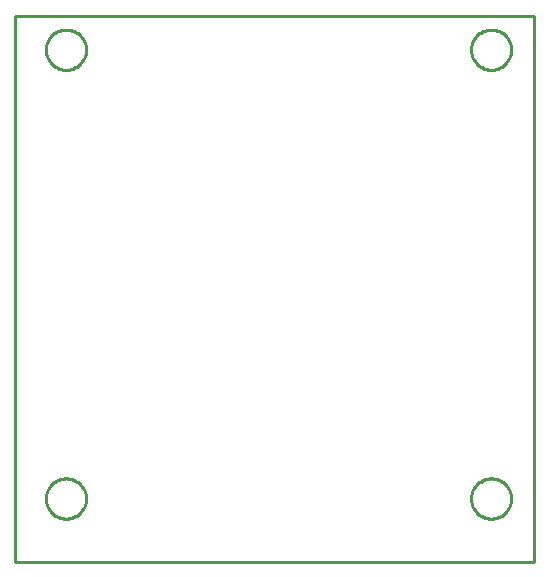
<source format=gko>
G04 EAGLE Gerber RS-274X export*
G75*
%MOMM*%
%FSLAX34Y34*%
%LPD*%
%INBoard Outline*%
%IPPOS*%
%AMOC8*
5,1,8,0,0,1.08239X$1,22.5*%
G01*
%ADD10C,0.000000*%
%ADD11C,0.254000*%


D10*
X-23500Y-73500D02*
X416600Y-73500D01*
X416600Y389000D01*
X-23500Y389000D01*
X-23500Y-73500D01*
X3000Y360000D02*
X3005Y360417D01*
X3020Y360834D01*
X3046Y361251D01*
X3082Y361666D01*
X3128Y362081D01*
X3184Y362494D01*
X3250Y362906D01*
X3327Y363317D01*
X3413Y363725D01*
X3509Y364131D01*
X3616Y364534D01*
X3732Y364935D01*
X3858Y365333D01*
X3994Y365727D01*
X4139Y366118D01*
X4294Y366506D01*
X4458Y366889D01*
X4632Y367268D01*
X4815Y367643D01*
X5007Y368014D01*
X5209Y368379D01*
X5419Y368740D01*
X5637Y369095D01*
X5865Y369445D01*
X6101Y369789D01*
X6345Y370127D01*
X6598Y370459D01*
X6859Y370785D01*
X7127Y371104D01*
X7404Y371417D01*
X7688Y371722D01*
X7979Y372021D01*
X8278Y372312D01*
X8583Y372596D01*
X8896Y372873D01*
X9215Y373141D01*
X9541Y373402D01*
X9873Y373655D01*
X10211Y373899D01*
X10555Y374135D01*
X10905Y374363D01*
X11260Y374581D01*
X11621Y374791D01*
X11986Y374993D01*
X12357Y375185D01*
X12732Y375368D01*
X13111Y375542D01*
X13494Y375706D01*
X13882Y375861D01*
X14273Y376006D01*
X14667Y376142D01*
X15065Y376268D01*
X15466Y376384D01*
X15869Y376491D01*
X16275Y376587D01*
X16683Y376673D01*
X17094Y376750D01*
X17506Y376816D01*
X17919Y376872D01*
X18334Y376918D01*
X18749Y376954D01*
X19166Y376980D01*
X19583Y376995D01*
X20000Y377000D01*
X20417Y376995D01*
X20834Y376980D01*
X21251Y376954D01*
X21666Y376918D01*
X22081Y376872D01*
X22494Y376816D01*
X22906Y376750D01*
X23317Y376673D01*
X23725Y376587D01*
X24131Y376491D01*
X24534Y376384D01*
X24935Y376268D01*
X25333Y376142D01*
X25727Y376006D01*
X26118Y375861D01*
X26506Y375706D01*
X26889Y375542D01*
X27268Y375368D01*
X27643Y375185D01*
X28014Y374993D01*
X28379Y374791D01*
X28740Y374581D01*
X29095Y374363D01*
X29445Y374135D01*
X29789Y373899D01*
X30127Y373655D01*
X30459Y373402D01*
X30785Y373141D01*
X31104Y372873D01*
X31417Y372596D01*
X31722Y372312D01*
X32021Y372021D01*
X32312Y371722D01*
X32596Y371417D01*
X32873Y371104D01*
X33141Y370785D01*
X33402Y370459D01*
X33655Y370127D01*
X33899Y369789D01*
X34135Y369445D01*
X34363Y369095D01*
X34581Y368740D01*
X34791Y368379D01*
X34993Y368014D01*
X35185Y367643D01*
X35368Y367268D01*
X35542Y366889D01*
X35706Y366506D01*
X35861Y366118D01*
X36006Y365727D01*
X36142Y365333D01*
X36268Y364935D01*
X36384Y364534D01*
X36491Y364131D01*
X36587Y363725D01*
X36673Y363317D01*
X36750Y362906D01*
X36816Y362494D01*
X36872Y362081D01*
X36918Y361666D01*
X36954Y361251D01*
X36980Y360834D01*
X36995Y360417D01*
X37000Y360000D01*
X36995Y359583D01*
X36980Y359166D01*
X36954Y358749D01*
X36918Y358334D01*
X36872Y357919D01*
X36816Y357506D01*
X36750Y357094D01*
X36673Y356683D01*
X36587Y356275D01*
X36491Y355869D01*
X36384Y355466D01*
X36268Y355065D01*
X36142Y354667D01*
X36006Y354273D01*
X35861Y353882D01*
X35706Y353494D01*
X35542Y353111D01*
X35368Y352732D01*
X35185Y352357D01*
X34993Y351986D01*
X34791Y351621D01*
X34581Y351260D01*
X34363Y350905D01*
X34135Y350555D01*
X33899Y350211D01*
X33655Y349873D01*
X33402Y349541D01*
X33141Y349215D01*
X32873Y348896D01*
X32596Y348583D01*
X32312Y348278D01*
X32021Y347979D01*
X31722Y347688D01*
X31417Y347404D01*
X31104Y347127D01*
X30785Y346859D01*
X30459Y346598D01*
X30127Y346345D01*
X29789Y346101D01*
X29445Y345865D01*
X29095Y345637D01*
X28740Y345419D01*
X28379Y345209D01*
X28014Y345007D01*
X27643Y344815D01*
X27268Y344632D01*
X26889Y344458D01*
X26506Y344294D01*
X26118Y344139D01*
X25727Y343994D01*
X25333Y343858D01*
X24935Y343732D01*
X24534Y343616D01*
X24131Y343509D01*
X23725Y343413D01*
X23317Y343327D01*
X22906Y343250D01*
X22494Y343184D01*
X22081Y343128D01*
X21666Y343082D01*
X21251Y343046D01*
X20834Y343020D01*
X20417Y343005D01*
X20000Y343000D01*
X19583Y343005D01*
X19166Y343020D01*
X18749Y343046D01*
X18334Y343082D01*
X17919Y343128D01*
X17506Y343184D01*
X17094Y343250D01*
X16683Y343327D01*
X16275Y343413D01*
X15869Y343509D01*
X15466Y343616D01*
X15065Y343732D01*
X14667Y343858D01*
X14273Y343994D01*
X13882Y344139D01*
X13494Y344294D01*
X13111Y344458D01*
X12732Y344632D01*
X12357Y344815D01*
X11986Y345007D01*
X11621Y345209D01*
X11260Y345419D01*
X10905Y345637D01*
X10555Y345865D01*
X10211Y346101D01*
X9873Y346345D01*
X9541Y346598D01*
X9215Y346859D01*
X8896Y347127D01*
X8583Y347404D01*
X8278Y347688D01*
X7979Y347979D01*
X7688Y348278D01*
X7404Y348583D01*
X7127Y348896D01*
X6859Y349215D01*
X6598Y349541D01*
X6345Y349873D01*
X6101Y350211D01*
X5865Y350555D01*
X5637Y350905D01*
X5419Y351260D01*
X5209Y351621D01*
X5007Y351986D01*
X4815Y352357D01*
X4632Y352732D01*
X4458Y353111D01*
X4294Y353494D01*
X4139Y353882D01*
X3994Y354273D01*
X3858Y354667D01*
X3732Y355065D01*
X3616Y355466D01*
X3509Y355869D01*
X3413Y356275D01*
X3327Y356683D01*
X3250Y357094D01*
X3184Y357506D01*
X3128Y357919D01*
X3082Y358334D01*
X3046Y358749D01*
X3020Y359166D01*
X3005Y359583D01*
X3000Y360000D01*
X363000Y360000D02*
X363005Y360417D01*
X363020Y360834D01*
X363046Y361251D01*
X363082Y361666D01*
X363128Y362081D01*
X363184Y362494D01*
X363250Y362906D01*
X363327Y363317D01*
X363413Y363725D01*
X363509Y364131D01*
X363616Y364534D01*
X363732Y364935D01*
X363858Y365333D01*
X363994Y365727D01*
X364139Y366118D01*
X364294Y366506D01*
X364458Y366889D01*
X364632Y367268D01*
X364815Y367643D01*
X365007Y368014D01*
X365209Y368379D01*
X365419Y368740D01*
X365637Y369095D01*
X365865Y369445D01*
X366101Y369789D01*
X366345Y370127D01*
X366598Y370459D01*
X366859Y370785D01*
X367127Y371104D01*
X367404Y371417D01*
X367688Y371722D01*
X367979Y372021D01*
X368278Y372312D01*
X368583Y372596D01*
X368896Y372873D01*
X369215Y373141D01*
X369541Y373402D01*
X369873Y373655D01*
X370211Y373899D01*
X370555Y374135D01*
X370905Y374363D01*
X371260Y374581D01*
X371621Y374791D01*
X371986Y374993D01*
X372357Y375185D01*
X372732Y375368D01*
X373111Y375542D01*
X373494Y375706D01*
X373882Y375861D01*
X374273Y376006D01*
X374667Y376142D01*
X375065Y376268D01*
X375466Y376384D01*
X375869Y376491D01*
X376275Y376587D01*
X376683Y376673D01*
X377094Y376750D01*
X377506Y376816D01*
X377919Y376872D01*
X378334Y376918D01*
X378749Y376954D01*
X379166Y376980D01*
X379583Y376995D01*
X380000Y377000D01*
X380417Y376995D01*
X380834Y376980D01*
X381251Y376954D01*
X381666Y376918D01*
X382081Y376872D01*
X382494Y376816D01*
X382906Y376750D01*
X383317Y376673D01*
X383725Y376587D01*
X384131Y376491D01*
X384534Y376384D01*
X384935Y376268D01*
X385333Y376142D01*
X385727Y376006D01*
X386118Y375861D01*
X386506Y375706D01*
X386889Y375542D01*
X387268Y375368D01*
X387643Y375185D01*
X388014Y374993D01*
X388379Y374791D01*
X388740Y374581D01*
X389095Y374363D01*
X389445Y374135D01*
X389789Y373899D01*
X390127Y373655D01*
X390459Y373402D01*
X390785Y373141D01*
X391104Y372873D01*
X391417Y372596D01*
X391722Y372312D01*
X392021Y372021D01*
X392312Y371722D01*
X392596Y371417D01*
X392873Y371104D01*
X393141Y370785D01*
X393402Y370459D01*
X393655Y370127D01*
X393899Y369789D01*
X394135Y369445D01*
X394363Y369095D01*
X394581Y368740D01*
X394791Y368379D01*
X394993Y368014D01*
X395185Y367643D01*
X395368Y367268D01*
X395542Y366889D01*
X395706Y366506D01*
X395861Y366118D01*
X396006Y365727D01*
X396142Y365333D01*
X396268Y364935D01*
X396384Y364534D01*
X396491Y364131D01*
X396587Y363725D01*
X396673Y363317D01*
X396750Y362906D01*
X396816Y362494D01*
X396872Y362081D01*
X396918Y361666D01*
X396954Y361251D01*
X396980Y360834D01*
X396995Y360417D01*
X397000Y360000D01*
X396995Y359583D01*
X396980Y359166D01*
X396954Y358749D01*
X396918Y358334D01*
X396872Y357919D01*
X396816Y357506D01*
X396750Y357094D01*
X396673Y356683D01*
X396587Y356275D01*
X396491Y355869D01*
X396384Y355466D01*
X396268Y355065D01*
X396142Y354667D01*
X396006Y354273D01*
X395861Y353882D01*
X395706Y353494D01*
X395542Y353111D01*
X395368Y352732D01*
X395185Y352357D01*
X394993Y351986D01*
X394791Y351621D01*
X394581Y351260D01*
X394363Y350905D01*
X394135Y350555D01*
X393899Y350211D01*
X393655Y349873D01*
X393402Y349541D01*
X393141Y349215D01*
X392873Y348896D01*
X392596Y348583D01*
X392312Y348278D01*
X392021Y347979D01*
X391722Y347688D01*
X391417Y347404D01*
X391104Y347127D01*
X390785Y346859D01*
X390459Y346598D01*
X390127Y346345D01*
X389789Y346101D01*
X389445Y345865D01*
X389095Y345637D01*
X388740Y345419D01*
X388379Y345209D01*
X388014Y345007D01*
X387643Y344815D01*
X387268Y344632D01*
X386889Y344458D01*
X386506Y344294D01*
X386118Y344139D01*
X385727Y343994D01*
X385333Y343858D01*
X384935Y343732D01*
X384534Y343616D01*
X384131Y343509D01*
X383725Y343413D01*
X383317Y343327D01*
X382906Y343250D01*
X382494Y343184D01*
X382081Y343128D01*
X381666Y343082D01*
X381251Y343046D01*
X380834Y343020D01*
X380417Y343005D01*
X380000Y343000D01*
X379583Y343005D01*
X379166Y343020D01*
X378749Y343046D01*
X378334Y343082D01*
X377919Y343128D01*
X377506Y343184D01*
X377094Y343250D01*
X376683Y343327D01*
X376275Y343413D01*
X375869Y343509D01*
X375466Y343616D01*
X375065Y343732D01*
X374667Y343858D01*
X374273Y343994D01*
X373882Y344139D01*
X373494Y344294D01*
X373111Y344458D01*
X372732Y344632D01*
X372357Y344815D01*
X371986Y345007D01*
X371621Y345209D01*
X371260Y345419D01*
X370905Y345637D01*
X370555Y345865D01*
X370211Y346101D01*
X369873Y346345D01*
X369541Y346598D01*
X369215Y346859D01*
X368896Y347127D01*
X368583Y347404D01*
X368278Y347688D01*
X367979Y347979D01*
X367688Y348278D01*
X367404Y348583D01*
X367127Y348896D01*
X366859Y349215D01*
X366598Y349541D01*
X366345Y349873D01*
X366101Y350211D01*
X365865Y350555D01*
X365637Y350905D01*
X365419Y351260D01*
X365209Y351621D01*
X365007Y351986D01*
X364815Y352357D01*
X364632Y352732D01*
X364458Y353111D01*
X364294Y353494D01*
X364139Y353882D01*
X363994Y354273D01*
X363858Y354667D01*
X363732Y355065D01*
X363616Y355466D01*
X363509Y355869D01*
X363413Y356275D01*
X363327Y356683D01*
X363250Y357094D01*
X363184Y357506D01*
X363128Y357919D01*
X363082Y358334D01*
X363046Y358749D01*
X363020Y359166D01*
X363005Y359583D01*
X363000Y360000D01*
X363000Y-20000D02*
X363005Y-19583D01*
X363020Y-19166D01*
X363046Y-18749D01*
X363082Y-18334D01*
X363128Y-17919D01*
X363184Y-17506D01*
X363250Y-17094D01*
X363327Y-16683D01*
X363413Y-16275D01*
X363509Y-15869D01*
X363616Y-15466D01*
X363732Y-15065D01*
X363858Y-14667D01*
X363994Y-14273D01*
X364139Y-13882D01*
X364294Y-13494D01*
X364458Y-13111D01*
X364632Y-12732D01*
X364815Y-12357D01*
X365007Y-11986D01*
X365209Y-11621D01*
X365419Y-11260D01*
X365637Y-10905D01*
X365865Y-10555D01*
X366101Y-10211D01*
X366345Y-9873D01*
X366598Y-9541D01*
X366859Y-9215D01*
X367127Y-8896D01*
X367404Y-8583D01*
X367688Y-8278D01*
X367979Y-7979D01*
X368278Y-7688D01*
X368583Y-7404D01*
X368896Y-7127D01*
X369215Y-6859D01*
X369541Y-6598D01*
X369873Y-6345D01*
X370211Y-6101D01*
X370555Y-5865D01*
X370905Y-5637D01*
X371260Y-5419D01*
X371621Y-5209D01*
X371986Y-5007D01*
X372357Y-4815D01*
X372732Y-4632D01*
X373111Y-4458D01*
X373494Y-4294D01*
X373882Y-4139D01*
X374273Y-3994D01*
X374667Y-3858D01*
X375065Y-3732D01*
X375466Y-3616D01*
X375869Y-3509D01*
X376275Y-3413D01*
X376683Y-3327D01*
X377094Y-3250D01*
X377506Y-3184D01*
X377919Y-3128D01*
X378334Y-3082D01*
X378749Y-3046D01*
X379166Y-3020D01*
X379583Y-3005D01*
X380000Y-3000D01*
X380417Y-3005D01*
X380834Y-3020D01*
X381251Y-3046D01*
X381666Y-3082D01*
X382081Y-3128D01*
X382494Y-3184D01*
X382906Y-3250D01*
X383317Y-3327D01*
X383725Y-3413D01*
X384131Y-3509D01*
X384534Y-3616D01*
X384935Y-3732D01*
X385333Y-3858D01*
X385727Y-3994D01*
X386118Y-4139D01*
X386506Y-4294D01*
X386889Y-4458D01*
X387268Y-4632D01*
X387643Y-4815D01*
X388014Y-5007D01*
X388379Y-5209D01*
X388740Y-5419D01*
X389095Y-5637D01*
X389445Y-5865D01*
X389789Y-6101D01*
X390127Y-6345D01*
X390459Y-6598D01*
X390785Y-6859D01*
X391104Y-7127D01*
X391417Y-7404D01*
X391722Y-7688D01*
X392021Y-7979D01*
X392312Y-8278D01*
X392596Y-8583D01*
X392873Y-8896D01*
X393141Y-9215D01*
X393402Y-9541D01*
X393655Y-9873D01*
X393899Y-10211D01*
X394135Y-10555D01*
X394363Y-10905D01*
X394581Y-11260D01*
X394791Y-11621D01*
X394993Y-11986D01*
X395185Y-12357D01*
X395368Y-12732D01*
X395542Y-13111D01*
X395706Y-13494D01*
X395861Y-13882D01*
X396006Y-14273D01*
X396142Y-14667D01*
X396268Y-15065D01*
X396384Y-15466D01*
X396491Y-15869D01*
X396587Y-16275D01*
X396673Y-16683D01*
X396750Y-17094D01*
X396816Y-17506D01*
X396872Y-17919D01*
X396918Y-18334D01*
X396954Y-18749D01*
X396980Y-19166D01*
X396995Y-19583D01*
X397000Y-20000D01*
X396995Y-20417D01*
X396980Y-20834D01*
X396954Y-21251D01*
X396918Y-21666D01*
X396872Y-22081D01*
X396816Y-22494D01*
X396750Y-22906D01*
X396673Y-23317D01*
X396587Y-23725D01*
X396491Y-24131D01*
X396384Y-24534D01*
X396268Y-24935D01*
X396142Y-25333D01*
X396006Y-25727D01*
X395861Y-26118D01*
X395706Y-26506D01*
X395542Y-26889D01*
X395368Y-27268D01*
X395185Y-27643D01*
X394993Y-28014D01*
X394791Y-28379D01*
X394581Y-28740D01*
X394363Y-29095D01*
X394135Y-29445D01*
X393899Y-29789D01*
X393655Y-30127D01*
X393402Y-30459D01*
X393141Y-30785D01*
X392873Y-31104D01*
X392596Y-31417D01*
X392312Y-31722D01*
X392021Y-32021D01*
X391722Y-32312D01*
X391417Y-32596D01*
X391104Y-32873D01*
X390785Y-33141D01*
X390459Y-33402D01*
X390127Y-33655D01*
X389789Y-33899D01*
X389445Y-34135D01*
X389095Y-34363D01*
X388740Y-34581D01*
X388379Y-34791D01*
X388014Y-34993D01*
X387643Y-35185D01*
X387268Y-35368D01*
X386889Y-35542D01*
X386506Y-35706D01*
X386118Y-35861D01*
X385727Y-36006D01*
X385333Y-36142D01*
X384935Y-36268D01*
X384534Y-36384D01*
X384131Y-36491D01*
X383725Y-36587D01*
X383317Y-36673D01*
X382906Y-36750D01*
X382494Y-36816D01*
X382081Y-36872D01*
X381666Y-36918D01*
X381251Y-36954D01*
X380834Y-36980D01*
X380417Y-36995D01*
X380000Y-37000D01*
X379583Y-36995D01*
X379166Y-36980D01*
X378749Y-36954D01*
X378334Y-36918D01*
X377919Y-36872D01*
X377506Y-36816D01*
X377094Y-36750D01*
X376683Y-36673D01*
X376275Y-36587D01*
X375869Y-36491D01*
X375466Y-36384D01*
X375065Y-36268D01*
X374667Y-36142D01*
X374273Y-36006D01*
X373882Y-35861D01*
X373494Y-35706D01*
X373111Y-35542D01*
X372732Y-35368D01*
X372357Y-35185D01*
X371986Y-34993D01*
X371621Y-34791D01*
X371260Y-34581D01*
X370905Y-34363D01*
X370555Y-34135D01*
X370211Y-33899D01*
X369873Y-33655D01*
X369541Y-33402D01*
X369215Y-33141D01*
X368896Y-32873D01*
X368583Y-32596D01*
X368278Y-32312D01*
X367979Y-32021D01*
X367688Y-31722D01*
X367404Y-31417D01*
X367127Y-31104D01*
X366859Y-30785D01*
X366598Y-30459D01*
X366345Y-30127D01*
X366101Y-29789D01*
X365865Y-29445D01*
X365637Y-29095D01*
X365419Y-28740D01*
X365209Y-28379D01*
X365007Y-28014D01*
X364815Y-27643D01*
X364632Y-27268D01*
X364458Y-26889D01*
X364294Y-26506D01*
X364139Y-26118D01*
X363994Y-25727D01*
X363858Y-25333D01*
X363732Y-24935D01*
X363616Y-24534D01*
X363509Y-24131D01*
X363413Y-23725D01*
X363327Y-23317D01*
X363250Y-22906D01*
X363184Y-22494D01*
X363128Y-22081D01*
X363082Y-21666D01*
X363046Y-21251D01*
X363020Y-20834D01*
X363005Y-20417D01*
X363000Y-20000D01*
X3000Y-20000D02*
X3005Y-19583D01*
X3020Y-19166D01*
X3046Y-18749D01*
X3082Y-18334D01*
X3128Y-17919D01*
X3184Y-17506D01*
X3250Y-17094D01*
X3327Y-16683D01*
X3413Y-16275D01*
X3509Y-15869D01*
X3616Y-15466D01*
X3732Y-15065D01*
X3858Y-14667D01*
X3994Y-14273D01*
X4139Y-13882D01*
X4294Y-13494D01*
X4458Y-13111D01*
X4632Y-12732D01*
X4815Y-12357D01*
X5007Y-11986D01*
X5209Y-11621D01*
X5419Y-11260D01*
X5637Y-10905D01*
X5865Y-10555D01*
X6101Y-10211D01*
X6345Y-9873D01*
X6598Y-9541D01*
X6859Y-9215D01*
X7127Y-8896D01*
X7404Y-8583D01*
X7688Y-8278D01*
X7979Y-7979D01*
X8278Y-7688D01*
X8583Y-7404D01*
X8896Y-7127D01*
X9215Y-6859D01*
X9541Y-6598D01*
X9873Y-6345D01*
X10211Y-6101D01*
X10555Y-5865D01*
X10905Y-5637D01*
X11260Y-5419D01*
X11621Y-5209D01*
X11986Y-5007D01*
X12357Y-4815D01*
X12732Y-4632D01*
X13111Y-4458D01*
X13494Y-4294D01*
X13882Y-4139D01*
X14273Y-3994D01*
X14667Y-3858D01*
X15065Y-3732D01*
X15466Y-3616D01*
X15869Y-3509D01*
X16275Y-3413D01*
X16683Y-3327D01*
X17094Y-3250D01*
X17506Y-3184D01*
X17919Y-3128D01*
X18334Y-3082D01*
X18749Y-3046D01*
X19166Y-3020D01*
X19583Y-3005D01*
X20000Y-3000D01*
X20417Y-3005D01*
X20834Y-3020D01*
X21251Y-3046D01*
X21666Y-3082D01*
X22081Y-3128D01*
X22494Y-3184D01*
X22906Y-3250D01*
X23317Y-3327D01*
X23725Y-3413D01*
X24131Y-3509D01*
X24534Y-3616D01*
X24935Y-3732D01*
X25333Y-3858D01*
X25727Y-3994D01*
X26118Y-4139D01*
X26506Y-4294D01*
X26889Y-4458D01*
X27268Y-4632D01*
X27643Y-4815D01*
X28014Y-5007D01*
X28379Y-5209D01*
X28740Y-5419D01*
X29095Y-5637D01*
X29445Y-5865D01*
X29789Y-6101D01*
X30127Y-6345D01*
X30459Y-6598D01*
X30785Y-6859D01*
X31104Y-7127D01*
X31417Y-7404D01*
X31722Y-7688D01*
X32021Y-7979D01*
X32312Y-8278D01*
X32596Y-8583D01*
X32873Y-8896D01*
X33141Y-9215D01*
X33402Y-9541D01*
X33655Y-9873D01*
X33899Y-10211D01*
X34135Y-10555D01*
X34363Y-10905D01*
X34581Y-11260D01*
X34791Y-11621D01*
X34993Y-11986D01*
X35185Y-12357D01*
X35368Y-12732D01*
X35542Y-13111D01*
X35706Y-13494D01*
X35861Y-13882D01*
X36006Y-14273D01*
X36142Y-14667D01*
X36268Y-15065D01*
X36384Y-15466D01*
X36491Y-15869D01*
X36587Y-16275D01*
X36673Y-16683D01*
X36750Y-17094D01*
X36816Y-17506D01*
X36872Y-17919D01*
X36918Y-18334D01*
X36954Y-18749D01*
X36980Y-19166D01*
X36995Y-19583D01*
X37000Y-20000D01*
X36995Y-20417D01*
X36980Y-20834D01*
X36954Y-21251D01*
X36918Y-21666D01*
X36872Y-22081D01*
X36816Y-22494D01*
X36750Y-22906D01*
X36673Y-23317D01*
X36587Y-23725D01*
X36491Y-24131D01*
X36384Y-24534D01*
X36268Y-24935D01*
X36142Y-25333D01*
X36006Y-25727D01*
X35861Y-26118D01*
X35706Y-26506D01*
X35542Y-26889D01*
X35368Y-27268D01*
X35185Y-27643D01*
X34993Y-28014D01*
X34791Y-28379D01*
X34581Y-28740D01*
X34363Y-29095D01*
X34135Y-29445D01*
X33899Y-29789D01*
X33655Y-30127D01*
X33402Y-30459D01*
X33141Y-30785D01*
X32873Y-31104D01*
X32596Y-31417D01*
X32312Y-31722D01*
X32021Y-32021D01*
X31722Y-32312D01*
X31417Y-32596D01*
X31104Y-32873D01*
X30785Y-33141D01*
X30459Y-33402D01*
X30127Y-33655D01*
X29789Y-33899D01*
X29445Y-34135D01*
X29095Y-34363D01*
X28740Y-34581D01*
X28379Y-34791D01*
X28014Y-34993D01*
X27643Y-35185D01*
X27268Y-35368D01*
X26889Y-35542D01*
X26506Y-35706D01*
X26118Y-35861D01*
X25727Y-36006D01*
X25333Y-36142D01*
X24935Y-36268D01*
X24534Y-36384D01*
X24131Y-36491D01*
X23725Y-36587D01*
X23317Y-36673D01*
X22906Y-36750D01*
X22494Y-36816D01*
X22081Y-36872D01*
X21666Y-36918D01*
X21251Y-36954D01*
X20834Y-36980D01*
X20417Y-36995D01*
X20000Y-37000D01*
X19583Y-36995D01*
X19166Y-36980D01*
X18749Y-36954D01*
X18334Y-36918D01*
X17919Y-36872D01*
X17506Y-36816D01*
X17094Y-36750D01*
X16683Y-36673D01*
X16275Y-36587D01*
X15869Y-36491D01*
X15466Y-36384D01*
X15065Y-36268D01*
X14667Y-36142D01*
X14273Y-36006D01*
X13882Y-35861D01*
X13494Y-35706D01*
X13111Y-35542D01*
X12732Y-35368D01*
X12357Y-35185D01*
X11986Y-34993D01*
X11621Y-34791D01*
X11260Y-34581D01*
X10905Y-34363D01*
X10555Y-34135D01*
X10211Y-33899D01*
X9873Y-33655D01*
X9541Y-33402D01*
X9215Y-33141D01*
X8896Y-32873D01*
X8583Y-32596D01*
X8278Y-32312D01*
X7979Y-32021D01*
X7688Y-31722D01*
X7404Y-31417D01*
X7127Y-31104D01*
X6859Y-30785D01*
X6598Y-30459D01*
X6345Y-30127D01*
X6101Y-29789D01*
X5865Y-29445D01*
X5637Y-29095D01*
X5419Y-28740D01*
X5209Y-28379D01*
X5007Y-28014D01*
X4815Y-27643D01*
X4632Y-27268D01*
X4458Y-26889D01*
X4294Y-26506D01*
X4139Y-26118D01*
X3994Y-25727D01*
X3858Y-25333D01*
X3732Y-24935D01*
X3616Y-24534D01*
X3509Y-24131D01*
X3413Y-23725D01*
X3327Y-23317D01*
X3250Y-22906D01*
X3184Y-22494D01*
X3128Y-22081D01*
X3082Y-21666D01*
X3046Y-21251D01*
X3020Y-20834D01*
X3005Y-20417D01*
X3000Y-20000D01*
D11*
X-23500Y-73500D02*
X416600Y-73500D01*
X416600Y389000D01*
X-23500Y389000D01*
X-23500Y-73500D01*
X37000Y359443D02*
X36927Y358333D01*
X36782Y357229D01*
X36565Y356138D01*
X36277Y355063D01*
X35919Y354009D01*
X35493Y352980D01*
X35001Y351982D01*
X34444Y351018D01*
X33826Y350093D01*
X33148Y349210D01*
X32414Y348373D01*
X31627Y347586D01*
X30790Y346852D01*
X29907Y346174D01*
X28982Y345556D01*
X28018Y344999D01*
X27020Y344507D01*
X25991Y344081D01*
X24937Y343723D01*
X23862Y343435D01*
X22771Y343218D01*
X21667Y343073D01*
X20557Y343000D01*
X19443Y343000D01*
X18333Y343073D01*
X17229Y343218D01*
X16138Y343435D01*
X15063Y343723D01*
X14009Y344081D01*
X12980Y344507D01*
X11982Y344999D01*
X11018Y345556D01*
X10093Y346174D01*
X9210Y346852D01*
X8373Y347586D01*
X7586Y348373D01*
X6852Y349210D01*
X6174Y350093D01*
X5556Y351018D01*
X4999Y351982D01*
X4507Y352980D01*
X4081Y354009D01*
X3723Y355063D01*
X3435Y356138D01*
X3218Y357229D01*
X3073Y358333D01*
X3000Y359443D01*
X3000Y360557D01*
X3073Y361667D01*
X3218Y362771D01*
X3435Y363862D01*
X3723Y364937D01*
X4081Y365991D01*
X4507Y367020D01*
X4999Y368018D01*
X5556Y368982D01*
X6174Y369907D01*
X6852Y370790D01*
X7586Y371627D01*
X8373Y372414D01*
X9210Y373148D01*
X10093Y373826D01*
X11018Y374444D01*
X11982Y375001D01*
X12980Y375493D01*
X14009Y375919D01*
X15063Y376277D01*
X16138Y376565D01*
X17229Y376782D01*
X18333Y376927D01*
X19443Y377000D01*
X20557Y377000D01*
X21667Y376927D01*
X22771Y376782D01*
X23862Y376565D01*
X24937Y376277D01*
X25991Y375919D01*
X27020Y375493D01*
X28018Y375001D01*
X28982Y374444D01*
X29907Y373826D01*
X30790Y373148D01*
X31627Y372414D01*
X32414Y371627D01*
X33148Y370790D01*
X33826Y369907D01*
X34444Y368982D01*
X35001Y368018D01*
X35493Y367020D01*
X35919Y365991D01*
X36277Y364937D01*
X36565Y363862D01*
X36782Y362771D01*
X36927Y361667D01*
X37000Y360557D01*
X37000Y359443D01*
X397000Y359443D02*
X396927Y358333D01*
X396782Y357229D01*
X396565Y356138D01*
X396277Y355063D01*
X395919Y354009D01*
X395493Y352980D01*
X395001Y351982D01*
X394444Y351018D01*
X393826Y350093D01*
X393148Y349210D01*
X392414Y348373D01*
X391627Y347586D01*
X390790Y346852D01*
X389907Y346174D01*
X388982Y345556D01*
X388018Y344999D01*
X387020Y344507D01*
X385991Y344081D01*
X384937Y343723D01*
X383862Y343435D01*
X382771Y343218D01*
X381667Y343073D01*
X380557Y343000D01*
X379443Y343000D01*
X378333Y343073D01*
X377229Y343218D01*
X376138Y343435D01*
X375063Y343723D01*
X374009Y344081D01*
X372980Y344507D01*
X371982Y344999D01*
X371018Y345556D01*
X370093Y346174D01*
X369210Y346852D01*
X368373Y347586D01*
X367586Y348373D01*
X366852Y349210D01*
X366174Y350093D01*
X365556Y351018D01*
X364999Y351982D01*
X364507Y352980D01*
X364081Y354009D01*
X363723Y355063D01*
X363435Y356138D01*
X363218Y357229D01*
X363073Y358333D01*
X363000Y359443D01*
X363000Y360557D01*
X363073Y361667D01*
X363218Y362771D01*
X363435Y363862D01*
X363723Y364937D01*
X364081Y365991D01*
X364507Y367020D01*
X364999Y368018D01*
X365556Y368982D01*
X366174Y369907D01*
X366852Y370790D01*
X367586Y371627D01*
X368373Y372414D01*
X369210Y373148D01*
X370093Y373826D01*
X371018Y374444D01*
X371982Y375001D01*
X372980Y375493D01*
X374009Y375919D01*
X375063Y376277D01*
X376138Y376565D01*
X377229Y376782D01*
X378333Y376927D01*
X379443Y377000D01*
X380557Y377000D01*
X381667Y376927D01*
X382771Y376782D01*
X383862Y376565D01*
X384937Y376277D01*
X385991Y375919D01*
X387020Y375493D01*
X388018Y375001D01*
X388982Y374444D01*
X389907Y373826D01*
X390790Y373148D01*
X391627Y372414D01*
X392414Y371627D01*
X393148Y370790D01*
X393826Y369907D01*
X394444Y368982D01*
X395001Y368018D01*
X395493Y367020D01*
X395919Y365991D01*
X396277Y364937D01*
X396565Y363862D01*
X396782Y362771D01*
X396927Y361667D01*
X397000Y360557D01*
X397000Y359443D01*
X397000Y-20557D02*
X396927Y-21667D01*
X396782Y-22771D01*
X396565Y-23862D01*
X396277Y-24937D01*
X395919Y-25991D01*
X395493Y-27020D01*
X395001Y-28018D01*
X394444Y-28982D01*
X393826Y-29907D01*
X393148Y-30790D01*
X392414Y-31627D01*
X391627Y-32414D01*
X390790Y-33148D01*
X389907Y-33826D01*
X388982Y-34444D01*
X388018Y-35001D01*
X387020Y-35493D01*
X385991Y-35919D01*
X384937Y-36277D01*
X383862Y-36565D01*
X382771Y-36782D01*
X381667Y-36927D01*
X380557Y-37000D01*
X379443Y-37000D01*
X378333Y-36927D01*
X377229Y-36782D01*
X376138Y-36565D01*
X375063Y-36277D01*
X374009Y-35919D01*
X372980Y-35493D01*
X371982Y-35001D01*
X371018Y-34444D01*
X370093Y-33826D01*
X369210Y-33148D01*
X368373Y-32414D01*
X367586Y-31627D01*
X366852Y-30790D01*
X366174Y-29907D01*
X365556Y-28982D01*
X364999Y-28018D01*
X364507Y-27020D01*
X364081Y-25991D01*
X363723Y-24937D01*
X363435Y-23862D01*
X363218Y-22771D01*
X363073Y-21667D01*
X363000Y-20557D01*
X363000Y-19443D01*
X363073Y-18333D01*
X363218Y-17229D01*
X363435Y-16138D01*
X363723Y-15063D01*
X364081Y-14009D01*
X364507Y-12980D01*
X364999Y-11982D01*
X365556Y-11018D01*
X366174Y-10093D01*
X366852Y-9210D01*
X367586Y-8373D01*
X368373Y-7586D01*
X369210Y-6852D01*
X370093Y-6174D01*
X371018Y-5556D01*
X371982Y-4999D01*
X372980Y-4507D01*
X374009Y-4081D01*
X375063Y-3723D01*
X376138Y-3435D01*
X377229Y-3218D01*
X378333Y-3073D01*
X379443Y-3000D01*
X380557Y-3000D01*
X381667Y-3073D01*
X382771Y-3218D01*
X383862Y-3435D01*
X384937Y-3723D01*
X385991Y-4081D01*
X387020Y-4507D01*
X388018Y-4999D01*
X388982Y-5556D01*
X389907Y-6174D01*
X390790Y-6852D01*
X391627Y-7586D01*
X392414Y-8373D01*
X393148Y-9210D01*
X393826Y-10093D01*
X394444Y-11018D01*
X395001Y-11982D01*
X395493Y-12980D01*
X395919Y-14009D01*
X396277Y-15063D01*
X396565Y-16138D01*
X396782Y-17229D01*
X396927Y-18333D01*
X397000Y-19443D01*
X397000Y-20557D01*
X37000Y-20557D02*
X36927Y-21667D01*
X36782Y-22771D01*
X36565Y-23862D01*
X36277Y-24937D01*
X35919Y-25991D01*
X35493Y-27020D01*
X35001Y-28018D01*
X34444Y-28982D01*
X33826Y-29907D01*
X33148Y-30790D01*
X32414Y-31627D01*
X31627Y-32414D01*
X30790Y-33148D01*
X29907Y-33826D01*
X28982Y-34444D01*
X28018Y-35001D01*
X27020Y-35493D01*
X25991Y-35919D01*
X24937Y-36277D01*
X23862Y-36565D01*
X22771Y-36782D01*
X21667Y-36927D01*
X20557Y-37000D01*
X19443Y-37000D01*
X18333Y-36927D01*
X17229Y-36782D01*
X16138Y-36565D01*
X15063Y-36277D01*
X14009Y-35919D01*
X12980Y-35493D01*
X11982Y-35001D01*
X11018Y-34444D01*
X10093Y-33826D01*
X9210Y-33148D01*
X8373Y-32414D01*
X7586Y-31627D01*
X6852Y-30790D01*
X6174Y-29907D01*
X5556Y-28982D01*
X4999Y-28018D01*
X4507Y-27020D01*
X4081Y-25991D01*
X3723Y-24937D01*
X3435Y-23862D01*
X3218Y-22771D01*
X3073Y-21667D01*
X3000Y-20557D01*
X3000Y-19443D01*
X3073Y-18333D01*
X3218Y-17229D01*
X3435Y-16138D01*
X3723Y-15063D01*
X4081Y-14009D01*
X4507Y-12980D01*
X4999Y-11982D01*
X5556Y-11018D01*
X6174Y-10093D01*
X6852Y-9210D01*
X7586Y-8373D01*
X8373Y-7586D01*
X9210Y-6852D01*
X10093Y-6174D01*
X11018Y-5556D01*
X11982Y-4999D01*
X12980Y-4507D01*
X14009Y-4081D01*
X15063Y-3723D01*
X16138Y-3435D01*
X17229Y-3218D01*
X18333Y-3073D01*
X19443Y-3000D01*
X20557Y-3000D01*
X21667Y-3073D01*
X22771Y-3218D01*
X23862Y-3435D01*
X24937Y-3723D01*
X25991Y-4081D01*
X27020Y-4507D01*
X28018Y-4999D01*
X28982Y-5556D01*
X29907Y-6174D01*
X30790Y-6852D01*
X31627Y-7586D01*
X32414Y-8373D01*
X33148Y-9210D01*
X33826Y-10093D01*
X34444Y-11018D01*
X35001Y-11982D01*
X35493Y-12980D01*
X35919Y-14009D01*
X36277Y-15063D01*
X36565Y-16138D01*
X36782Y-17229D01*
X36927Y-18333D01*
X37000Y-19443D01*
X37000Y-20557D01*
M02*

</source>
